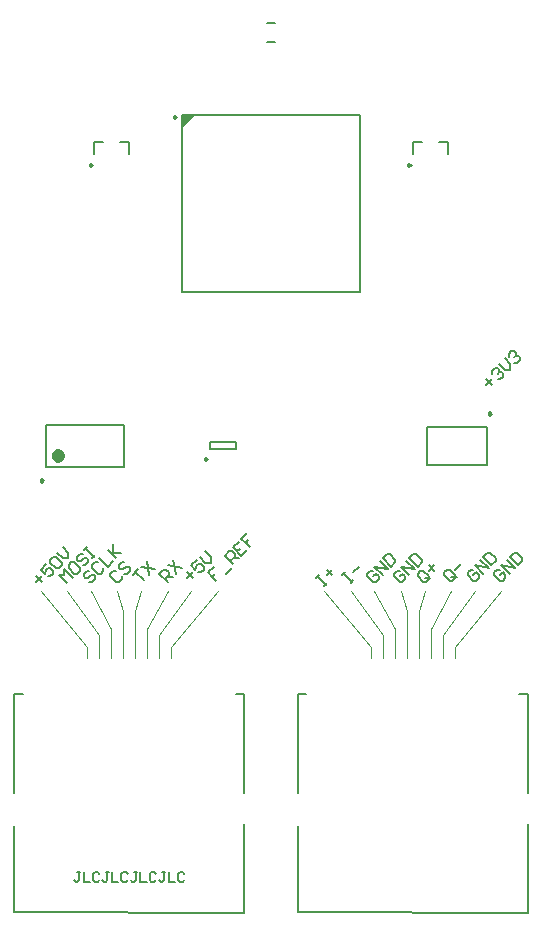
<source format=gto>
G04*
G04 #@! TF.GenerationSoftware,Altium Limited,Altium Designer,23.9.2 (47)*
G04*
G04 Layer_Color=65535*
%FSLAX25Y25*%
%MOIN*%
G70*
G04*
G04 #@! TF.SameCoordinates,E30DC50E-2E90-4FCC-99EB-6CEF48135232*
G04*
G04*
G04 #@! TF.FilePolarity,Positive*
G04*
G01*
G75*
%ADD10C,0.00984*%
%ADD11C,0.02362*%
%ADD12C,0.00787*%
%ADD13C,0.00394*%
%ADD14C,0.00610*%
%ADD15C,0.00591*%
G36*
X-25591Y110236D02*
X-29528Y106299D01*
Y110236D01*
X-25591D01*
D02*
G37*
D10*
X73347Y10728D02*
X72608Y11155D01*
Y10302D01*
X73347Y10728D01*
X-21161Y-4331D02*
X-21900Y-3904D01*
Y-4757D01*
X-21161Y-4331D01*
X-76083Y-11516D02*
X-76821Y-11090D01*
Y-11942D01*
X-76083Y-11516D01*
X-31594Y109646D02*
X-32333Y110072D01*
Y109220D01*
X-31594Y109646D01*
X46555Y93701D02*
X45817Y94127D01*
Y93275D01*
X46555Y93701D01*
X-59744D02*
X-60482Y94127D01*
Y93275D01*
X-59744Y93701D01*
D11*
X-69882Y-3150D02*
X-70327Y-2226D01*
X-71326Y-1998D01*
X-72127Y-2637D01*
Y-3662D01*
X-71326Y-4301D01*
X-70327Y-4073D01*
X-69882Y-3150D01*
D12*
X52165Y6299D02*
X71850D01*
X52165Y-6299D02*
X71850D01*
Y6299D01*
X52165Y-6299D02*
Y6299D01*
X-20472Y-1181D02*
Y1181D01*
X-11811Y-1181D02*
Y1181D01*
X-20472Y-1181D02*
X-11811D01*
X-20472Y1181D02*
X-11811D01*
X-49016Y-7087D02*
Y7087D01*
X-75000Y-7087D02*
Y7087D01*
X-49016D01*
X-75000Y-7087D02*
X-49016D01*
X-29528Y51181D02*
X29528D01*
X-29528Y110236D02*
X29528D01*
Y51181D02*
Y110236D01*
X-29528Y51181D02*
Y110236D01*
Y106299D02*
X-25591Y110236D01*
X85630Y-115748D02*
Y-82677D01*
X82677D02*
X85630D01*
X8858D02*
X11811D01*
X8858Y-115748D02*
Y-82677D01*
Y-155504D02*
Y-126772D01*
Y-155504D02*
X85630Y-155545D01*
Y-125984D01*
X-8858Y-115748D02*
Y-82677D01*
X-11811D02*
X-8858D01*
X-85630D02*
X-82677D01*
X-85630Y-115748D02*
Y-82677D01*
Y-155504D02*
Y-126772D01*
Y-155504D02*
X-8858Y-155545D01*
Y-125984D01*
X47244Y97244D02*
Y101181D01*
X50394D01*
X59055Y97244D02*
Y101181D01*
X55905D02*
X59055D01*
X-59055Y97244D02*
Y101181D01*
X-55905D01*
X-47244Y97244D02*
Y101181D01*
X-50394D02*
X-47244D01*
X-1378Y134646D02*
X1378D01*
X-1378Y140945D02*
X1378D01*
D13*
X37205Y-70866D02*
Y-62992D01*
X41221Y-70866D02*
Y-60896D01*
X45236Y-70866D02*
Y-55118D01*
X33189Y-70866D02*
Y-66929D01*
X43307Y-48228D02*
X45236Y-55118D01*
X34449Y-48228D02*
X41221Y-60896D01*
X26575Y-48228D02*
X37205Y-62992D01*
X17717Y-48228D02*
X33189Y-66929D01*
X61299D02*
X76772Y-48228D01*
X57284Y-62992D02*
X67913Y-48228D01*
X53268Y-60896D02*
X60039Y-48228D01*
X49252Y-55118D02*
X51181Y-48228D01*
X61299Y-70866D02*
Y-66929D01*
X49252Y-70866D02*
Y-55118D01*
X53268Y-70866D02*
Y-60896D01*
X57284Y-70866D02*
Y-62992D01*
X-37205Y-70866D02*
Y-62992D01*
X-41221Y-70866D02*
Y-60896D01*
X-45236Y-70866D02*
Y-55118D01*
X-33189Y-70866D02*
Y-66929D01*
X-45236Y-55118D02*
X-43307Y-48228D01*
X-41221Y-60896D02*
X-34449Y-48228D01*
X-37205Y-62992D02*
X-26575Y-48228D01*
X-33189Y-66929D02*
X-17717Y-48228D01*
X-76772D02*
X-61299Y-66929D01*
X-67913Y-48228D02*
X-57284Y-62992D01*
X-60039Y-48228D02*
X-53268Y-60896D01*
X-51181Y-48228D02*
X-49252Y-55118D01*
X-61299Y-70866D02*
Y-66929D01*
X-49252Y-70866D02*
Y-55118D01*
X-53268Y-70866D02*
Y-60896D01*
X-57284Y-70866D02*
Y-62992D01*
D14*
X-27966Y-44005D02*
X-26111Y-42150D01*
X-27966D02*
X-26111Y-44005D01*
X-24720Y-37975D02*
X-26575Y-39831D01*
X-25183Y-41222D01*
X-24720Y-39831D01*
X-24256Y-39367D01*
X-23328D01*
X-22400Y-40295D01*
Y-41222D01*
X-23328Y-42150D01*
X-24256D01*
X-23792Y-37048D02*
X-21937Y-38903D01*
X-20081D01*
Y-37048D01*
X-21937Y-35192D01*
X71815Y20343D02*
X73670Y22198D01*
X71815D02*
X73670Y20343D01*
Y24054D02*
Y24981D01*
X74598Y25909D01*
X75526Y25909D01*
X75990Y25445D01*
Y24517D01*
X75526Y24054D01*
X75990Y24517D01*
X76917Y24517D01*
X77381Y24054D01*
Y23126D01*
X76453Y22198D01*
X75526D01*
X75990Y27300D02*
X77845Y25445D01*
X79700D01*
Y27300D01*
X77845Y29156D01*
X79236Y29620D02*
Y30547D01*
X80164Y31475D01*
X81092Y31475D01*
X81555Y31011D01*
Y30083D01*
X81092Y29620D01*
X81555Y30083D01*
X82483D01*
X82947Y29620D01*
X82947Y28692D01*
X82019Y27764D01*
X81092D01*
X23792Y-43007D02*
X24720Y-42080D01*
X24256Y-42544D01*
X27039Y-45327D01*
X26575Y-45790D01*
X27502Y-44863D01*
Y-42080D02*
X29358Y-40225D01*
X61431Y-43078D02*
X59575Y-41222D01*
X58648D01*
X57720Y-42150D01*
Y-43078D01*
X59575Y-44933D01*
X60503D01*
X61431Y-44005D01*
X60039Y-43541D02*
X61895D01*
X61431Y-44005D02*
Y-43078D01*
Y-41222D02*
X63286Y-39367D01*
X33985Y-41616D02*
X33057D01*
X32130Y-42544D01*
Y-43471D01*
X33985Y-45327D01*
X34913D01*
X35840Y-44399D01*
Y-43471D01*
X34913Y-42544D01*
X33985Y-43471D01*
X37232Y-43007D02*
X34449Y-40224D01*
X39087Y-41152D01*
X36304Y-38369D01*
X37232Y-37442D02*
X40015Y-40224D01*
X41406Y-38833D01*
X41406Y-37905D01*
X39551Y-36050D01*
X38623Y-36050D01*
X37232Y-37442D01*
X42843Y-41616D02*
X41916D01*
X40988Y-42544D01*
Y-43471D01*
X42843Y-45327D01*
X43771D01*
X44699Y-44399D01*
Y-43471D01*
X43771Y-42544D01*
X42843Y-43471D01*
X46090Y-43007D02*
X43307Y-40224D01*
X47945Y-41152D01*
X45162Y-38369D01*
X46090Y-37442D02*
X48873Y-40224D01*
X50265Y-38833D01*
X50265Y-37905D01*
X48409Y-36050D01*
X47482Y-36050D01*
X46090Y-37442D01*
X14933Y-43992D02*
X15861Y-43064D01*
X15397Y-43528D01*
X18180Y-46311D01*
X17717Y-46775D01*
X18644Y-45847D01*
Y-43064D02*
X20500Y-41209D01*
X18644D02*
X20500Y-43064D01*
X76308Y-41222D02*
X75380D01*
X74453Y-42150D01*
Y-43078D01*
X76308Y-44933D01*
X77236D01*
X78163Y-44005D01*
Y-43078D01*
X77236Y-42150D01*
X76308Y-43078D01*
X79555Y-42614D02*
X76772Y-39831D01*
X81410Y-40758D01*
X78627Y-37975D01*
X79555Y-37048D02*
X82338Y-39831D01*
X83729Y-38439D01*
X83729Y-37512D01*
X81874Y-35656D01*
X80946Y-35656D01*
X79555Y-37048D01*
X67449Y-41222D02*
X66522D01*
X65594Y-42150D01*
Y-43078D01*
X67449Y-44933D01*
X68377D01*
X69305Y-44005D01*
Y-43078D01*
X68377Y-42150D01*
X67449Y-43078D01*
X70696Y-42614D02*
X67913Y-39831D01*
X72552Y-40758D01*
X69769Y-37975D01*
X70696Y-37048D02*
X73479Y-39831D01*
X74871Y-38439D01*
X74871Y-37512D01*
X73015Y-35656D01*
X72088Y-35656D01*
X70696Y-37048D01*
X52573Y-43471D02*
X50717Y-41616D01*
X49790D01*
X48862Y-42544D01*
Y-43471D01*
X50717Y-45327D01*
X51645D01*
X52573Y-44399D01*
X51181Y-43935D02*
X53036D01*
X52573Y-44399D02*
Y-43471D01*
Y-41616D02*
X54428Y-39761D01*
X52573D02*
X54428Y-41616D01*
X-46090Y-43007D02*
X-44235Y-41152D01*
X-45162Y-42080D01*
X-42379Y-44863D01*
X-43307Y-40224D02*
X-38669Y-41152D01*
X-41452Y-38369D02*
X-40524Y-43007D01*
X-19108Y-40295D02*
X-20963Y-42150D01*
X-19572Y-43541D01*
X-18644Y-42614D01*
X-19572Y-43541D01*
X-18180Y-44933D01*
X-14933Y-42614D02*
X-13078Y-40758D01*
X-12614Y-39367D02*
X-15397Y-36584D01*
X-14006Y-35192D01*
X-13078Y-35192D01*
X-12151Y-36120D01*
X-12151Y-37048D01*
X-13542Y-38439D01*
X-12614Y-37512D02*
X-10759D01*
Y-31946D02*
X-12614Y-33801D01*
X-9831Y-36584D01*
X-7976Y-34729D01*
X-11223Y-35192D02*
X-10295Y-34265D01*
X-7976Y-29163D02*
X-9831Y-31018D01*
X-8440Y-32410D01*
X-7512Y-31482D01*
X-8440Y-32410D01*
X-7048Y-33801D01*
X-78163Y-45383D02*
X-76308Y-43528D01*
X-78163D02*
X-76308Y-45383D01*
X-74916Y-39353D02*
X-76772Y-41209D01*
X-75380Y-42600D01*
X-74916Y-41209D01*
X-74453Y-40745D01*
X-73525D01*
X-72597Y-41673D01*
Y-42600D01*
X-73525Y-43528D01*
X-74453D01*
X-73525Y-38890D02*
Y-37962D01*
X-72597Y-37034D01*
X-71670Y-37034D01*
X-69814Y-38890D01*
X-69814Y-39817D01*
X-70742Y-40745D01*
X-71670D01*
X-73525Y-38890D01*
X-71206Y-35643D02*
X-69350Y-37498D01*
X-67495D01*
Y-35643D01*
X-69350Y-33788D01*
X-51645Y-41616D02*
X-52573D01*
X-53500Y-42544D01*
Y-43471D01*
X-51645Y-45327D01*
X-50717D01*
X-49790Y-44399D01*
Y-43471D01*
X-48862Y-38833D02*
X-49790Y-38833D01*
X-50717Y-39761D01*
Y-40688D01*
X-50253Y-41152D01*
X-49326Y-41152D01*
X-48398Y-40224D01*
X-47471Y-40225D01*
X-47007Y-40688D01*
Y-41616D01*
X-47934Y-42544D01*
X-48862D01*
X-60503Y-41616D02*
X-61431D01*
X-62358Y-42544D01*
Y-43471D01*
X-61895Y-43935D01*
X-60967Y-43935D01*
X-60039Y-43007D01*
X-59112Y-43007D01*
X-58648Y-43471D01*
Y-44399D01*
X-59576Y-45327D01*
X-60503D01*
X-57720Y-38833D02*
X-58648Y-38833D01*
X-59576Y-39761D01*
Y-40688D01*
X-57720Y-42544D01*
X-56793D01*
X-55865Y-41616D01*
Y-40688D01*
X-57256Y-37442D02*
X-54473Y-40224D01*
X-52618Y-38369D01*
X-54473Y-34659D02*
X-51690Y-37442D01*
X-52618Y-36514D01*
Y-32803D01*
Y-35586D01*
X-49835D01*
X-34449Y-45397D02*
X-37232Y-42614D01*
X-35840Y-41222D01*
X-34913D01*
X-33985Y-42150D01*
Y-43078D01*
X-35377Y-44469D01*
X-34449Y-43541D02*
X-32594D01*
X-34449Y-39831D02*
X-29811Y-40758D01*
X-32594Y-37975D02*
X-31666Y-42614D01*
X-67913Y-45790D02*
X-70696Y-43007D01*
X-68841Y-43008D01*
X-68841Y-41152D01*
X-66058Y-43935D01*
X-66522Y-38833D02*
X-67450Y-39761D01*
Y-40688D01*
X-65594Y-42544D01*
X-64667D01*
X-63739Y-41616D01*
Y-40688D01*
X-65594Y-38833D01*
X-66522Y-38833D01*
X-62811Y-36050D02*
X-63739Y-36050D01*
X-64667Y-36978D01*
Y-37905D01*
X-64203Y-38369D01*
X-63275D01*
X-62347Y-37442D01*
X-61420Y-37442D01*
X-60956Y-37905D01*
X-60956Y-38833D01*
X-61884Y-39761D01*
X-62811D01*
X-62347Y-34659D02*
X-61420Y-33731D01*
X-61884Y-34195D01*
X-59101Y-36978D01*
X-59564Y-37442D01*
X-58637Y-36514D01*
D15*
X-63512Y-142127D02*
X-64561D01*
X-64037D01*
Y-144750D01*
X-64561Y-145275D01*
X-65086D01*
X-65611Y-144750D01*
X-62462Y-142127D02*
Y-145275D01*
X-60363D01*
X-57215Y-142651D02*
X-57739Y-142127D01*
X-58789D01*
X-59314Y-142651D01*
Y-144750D01*
X-58789Y-145275D01*
X-57739D01*
X-57215Y-144750D01*
X-54066Y-142127D02*
X-55116D01*
X-54591D01*
Y-144750D01*
X-55116Y-145275D01*
X-55640D01*
X-56165Y-144750D01*
X-53017Y-142127D02*
Y-145275D01*
X-50917D01*
X-47769Y-142651D02*
X-48294Y-142127D01*
X-49343D01*
X-49868Y-142651D01*
Y-144750D01*
X-49343Y-145275D01*
X-48294D01*
X-47769Y-144750D01*
X-44620Y-142127D02*
X-45670D01*
X-45145D01*
Y-144750D01*
X-45670Y-145275D01*
X-46194D01*
X-46719Y-144750D01*
X-43571Y-142127D02*
Y-145275D01*
X-41472D01*
X-38323Y-142651D02*
X-38848Y-142127D01*
X-39897D01*
X-40422Y-142651D01*
Y-144750D01*
X-39897Y-145275D01*
X-38848D01*
X-38323Y-144750D01*
X-35175Y-142127D02*
X-36224D01*
X-35699D01*
Y-144750D01*
X-36224Y-145275D01*
X-36749D01*
X-37274Y-144750D01*
X-34125Y-142127D02*
Y-145275D01*
X-32026D01*
X-28877Y-142651D02*
X-29402Y-142127D01*
X-30452D01*
X-30976Y-142651D01*
Y-144750D01*
X-30452Y-145275D01*
X-29402D01*
X-28877Y-144750D01*
M02*

</source>
